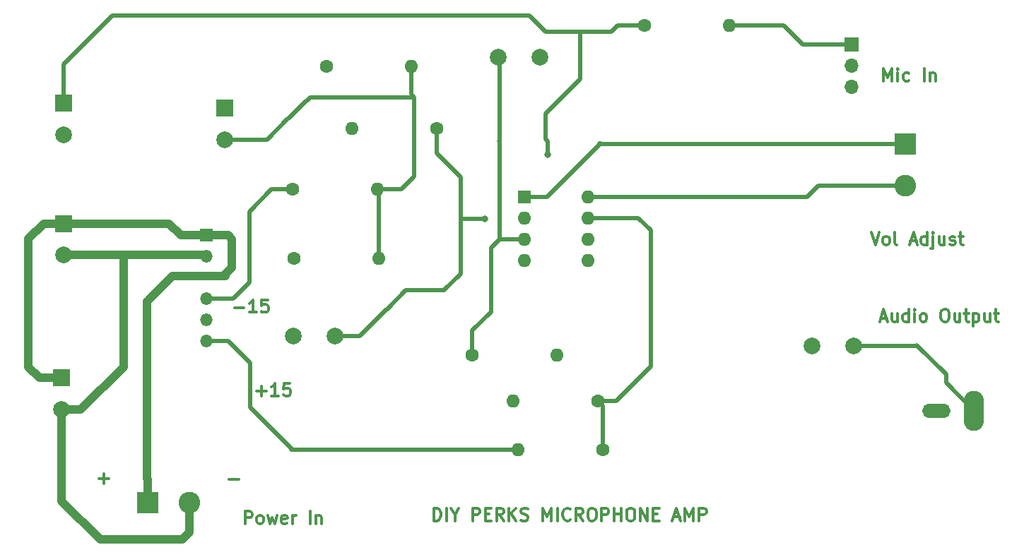
<source format=gbr>
%TF.GenerationSoftware,KiCad,Pcbnew,5.99.0+really5.1.10+dfsg1-1*%
%TF.CreationDate,2021-12-12T18:58:12-06:00*%
%TF.ProjectId,diyperksmic,64697970-6572-46b7-936d-69632e6b6963,rev?*%
%TF.SameCoordinates,Original*%
%TF.FileFunction,Copper,L1,Top*%
%TF.FilePolarity,Positive*%
%FSLAX46Y46*%
G04 Gerber Fmt 4.6, Leading zero omitted, Abs format (unit mm)*
G04 Created by KiCad (PCBNEW 5.99.0+really5.1.10+dfsg1-1) date 2021-12-12 18:58:12*
%MOMM*%
%LPD*%
G01*
G04 APERTURE LIST*
%TA.AperFunction,NonConductor*%
%ADD10C,0.300000*%
%TD*%
%TA.AperFunction,ComponentPad*%
%ADD11O,1.600000X1.600000*%
%TD*%
%TA.AperFunction,ComponentPad*%
%ADD12C,1.600000*%
%TD*%
%TA.AperFunction,ComponentPad*%
%ADD13R,1.700000X1.700000*%
%TD*%
%TA.AperFunction,ComponentPad*%
%ADD14O,1.700000X1.700000*%
%TD*%
%TA.AperFunction,ComponentPad*%
%ADD15O,2.400000X4.800000*%
%TD*%
%TA.AperFunction,ComponentPad*%
%ADD16O,3.400000X1.700000*%
%TD*%
%TA.AperFunction,ComponentPad*%
%ADD17R,2.000000X2.000000*%
%TD*%
%TA.AperFunction,ComponentPad*%
%ADD18C,2.000000*%
%TD*%
%TA.AperFunction,ComponentPad*%
%ADD19R,2.600000X2.600000*%
%TD*%
%TA.AperFunction,ComponentPad*%
%ADD20C,2.600000*%
%TD*%
%TA.AperFunction,ComponentPad*%
%ADD21R,1.500000X1.500000*%
%TD*%
%TA.AperFunction,ComponentPad*%
%ADD22O,1.500000X1.500000*%
%TD*%
%TA.AperFunction,ComponentPad*%
%ADD23R,1.600000X1.600000*%
%TD*%
%TA.AperFunction,ViaPad*%
%ADD24C,0.800000*%
%TD*%
%TA.AperFunction,Conductor*%
%ADD25C,0.500000*%
%TD*%
%TA.AperFunction,Conductor*%
%ADD26C,0.250000*%
%TD*%
%TA.AperFunction,Conductor*%
%ADD27C,1.000000*%
%TD*%
G04 APERTURE END LIST*
D10*
X109107220Y-77716842D02*
X110250077Y-77716842D01*
X111750077Y-78288271D02*
X110892934Y-78288271D01*
X111321505Y-78288271D02*
X111321505Y-76788271D01*
X111178648Y-77002557D01*
X111035791Y-77145414D01*
X110892934Y-77216842D01*
X113107220Y-76788271D02*
X112392934Y-76788271D01*
X112321505Y-77502557D01*
X112392934Y-77431128D01*
X112535791Y-77359700D01*
X112892934Y-77359700D01*
X113035791Y-77431128D01*
X113107220Y-77502557D01*
X113178648Y-77645414D01*
X113178648Y-78002557D01*
X113107220Y-78145414D01*
X113035791Y-78216842D01*
X112892934Y-78288271D01*
X112535791Y-78288271D01*
X112392934Y-78216842D01*
X112321505Y-78145414D01*
X111771680Y-87729522D02*
X112914537Y-87729522D01*
X112343108Y-88300951D02*
X112343108Y-87158094D01*
X114414537Y-88300951D02*
X113557394Y-88300951D01*
X113985965Y-88300951D02*
X113985965Y-86800951D01*
X113843108Y-87015237D01*
X113700251Y-87158094D01*
X113557394Y-87229522D01*
X115771680Y-86800951D02*
X115057394Y-86800951D01*
X114985965Y-87515237D01*
X115057394Y-87443808D01*
X115200251Y-87372380D01*
X115557394Y-87372380D01*
X115700251Y-87443808D01*
X115771680Y-87515237D01*
X115843108Y-87658094D01*
X115843108Y-88015237D01*
X115771680Y-88158094D01*
X115700251Y-88229522D01*
X115557394Y-88300951D01*
X115200251Y-88300951D01*
X115057394Y-88229522D01*
X114985965Y-88158094D01*
X133012945Y-103276791D02*
X133012945Y-101776791D01*
X133370088Y-101776791D01*
X133584374Y-101848220D01*
X133727231Y-101991077D01*
X133798660Y-102133934D01*
X133870088Y-102419648D01*
X133870088Y-102633934D01*
X133798660Y-102919648D01*
X133727231Y-103062505D01*
X133584374Y-103205362D01*
X133370088Y-103276791D01*
X133012945Y-103276791D01*
X134512945Y-103276791D02*
X134512945Y-101776791D01*
X135512945Y-102562505D02*
X135512945Y-103276791D01*
X135012945Y-101776791D02*
X135512945Y-102562505D01*
X136012945Y-101776791D01*
X137655802Y-103276791D02*
X137655802Y-101776791D01*
X138227231Y-101776791D01*
X138370088Y-101848220D01*
X138441517Y-101919648D01*
X138512945Y-102062505D01*
X138512945Y-102276791D01*
X138441517Y-102419648D01*
X138370088Y-102491077D01*
X138227231Y-102562505D01*
X137655802Y-102562505D01*
X139155802Y-102491077D02*
X139655802Y-102491077D01*
X139870088Y-103276791D02*
X139155802Y-103276791D01*
X139155802Y-101776791D01*
X139870088Y-101776791D01*
X141370088Y-103276791D02*
X140870088Y-102562505D01*
X140512945Y-103276791D02*
X140512945Y-101776791D01*
X141084374Y-101776791D01*
X141227231Y-101848220D01*
X141298660Y-101919648D01*
X141370088Y-102062505D01*
X141370088Y-102276791D01*
X141298660Y-102419648D01*
X141227231Y-102491077D01*
X141084374Y-102562505D01*
X140512945Y-102562505D01*
X142012945Y-103276791D02*
X142012945Y-101776791D01*
X142870088Y-103276791D02*
X142227231Y-102419648D01*
X142870088Y-101776791D02*
X142012945Y-102633934D01*
X143441517Y-103205362D02*
X143655802Y-103276791D01*
X144012945Y-103276791D01*
X144155802Y-103205362D01*
X144227231Y-103133934D01*
X144298660Y-102991077D01*
X144298660Y-102848220D01*
X144227231Y-102705362D01*
X144155802Y-102633934D01*
X144012945Y-102562505D01*
X143727231Y-102491077D01*
X143584374Y-102419648D01*
X143512945Y-102348220D01*
X143441517Y-102205362D01*
X143441517Y-102062505D01*
X143512945Y-101919648D01*
X143584374Y-101848220D01*
X143727231Y-101776791D01*
X144084374Y-101776791D01*
X144298660Y-101848220D01*
X146084374Y-103276791D02*
X146084374Y-101776791D01*
X146584374Y-102848220D01*
X147084374Y-101776791D01*
X147084374Y-103276791D01*
X147798660Y-103276791D02*
X147798660Y-101776791D01*
X149370088Y-103133934D02*
X149298660Y-103205362D01*
X149084374Y-103276791D01*
X148941517Y-103276791D01*
X148727231Y-103205362D01*
X148584374Y-103062505D01*
X148512945Y-102919648D01*
X148441517Y-102633934D01*
X148441517Y-102419648D01*
X148512945Y-102133934D01*
X148584374Y-101991077D01*
X148727231Y-101848220D01*
X148941517Y-101776791D01*
X149084374Y-101776791D01*
X149298660Y-101848220D01*
X149370088Y-101919648D01*
X150870088Y-103276791D02*
X150370088Y-102562505D01*
X150012945Y-103276791D02*
X150012945Y-101776791D01*
X150584374Y-101776791D01*
X150727231Y-101848220D01*
X150798660Y-101919648D01*
X150870088Y-102062505D01*
X150870088Y-102276791D01*
X150798660Y-102419648D01*
X150727231Y-102491077D01*
X150584374Y-102562505D01*
X150012945Y-102562505D01*
X151798660Y-101776791D02*
X152084374Y-101776791D01*
X152227231Y-101848220D01*
X152370088Y-101991077D01*
X152441517Y-102276791D01*
X152441517Y-102776791D01*
X152370088Y-103062505D01*
X152227231Y-103205362D01*
X152084374Y-103276791D01*
X151798660Y-103276791D01*
X151655802Y-103205362D01*
X151512945Y-103062505D01*
X151441517Y-102776791D01*
X151441517Y-102276791D01*
X151512945Y-101991077D01*
X151655802Y-101848220D01*
X151798660Y-101776791D01*
X153084374Y-103276791D02*
X153084374Y-101776791D01*
X153655802Y-101776791D01*
X153798660Y-101848220D01*
X153870088Y-101919648D01*
X153941517Y-102062505D01*
X153941517Y-102276791D01*
X153870088Y-102419648D01*
X153798660Y-102491077D01*
X153655802Y-102562505D01*
X153084374Y-102562505D01*
X154584374Y-103276791D02*
X154584374Y-101776791D01*
X154584374Y-102491077D02*
X155441517Y-102491077D01*
X155441517Y-103276791D02*
X155441517Y-101776791D01*
X156441517Y-101776791D02*
X156727231Y-101776791D01*
X156870088Y-101848220D01*
X157012945Y-101991077D01*
X157084374Y-102276791D01*
X157084374Y-102776791D01*
X157012945Y-103062505D01*
X156870088Y-103205362D01*
X156727231Y-103276791D01*
X156441517Y-103276791D01*
X156298660Y-103205362D01*
X156155802Y-103062505D01*
X156084374Y-102776791D01*
X156084374Y-102276791D01*
X156155802Y-101991077D01*
X156298660Y-101848220D01*
X156441517Y-101776791D01*
X157727231Y-103276791D02*
X157727231Y-101776791D01*
X158584374Y-103276791D01*
X158584374Y-101776791D01*
X159298660Y-102491077D02*
X159798660Y-102491077D01*
X160012945Y-103276791D02*
X159298660Y-103276791D01*
X159298660Y-101776791D01*
X160012945Y-101776791D01*
X161727231Y-102848220D02*
X162441517Y-102848220D01*
X161584374Y-103276791D02*
X162084374Y-101776791D01*
X162584374Y-103276791D01*
X163084374Y-103276791D02*
X163084374Y-101776791D01*
X163584374Y-102848220D01*
X164084374Y-101776791D01*
X164084374Y-103276791D01*
X164798660Y-103276791D02*
X164798660Y-101776791D01*
X165370088Y-101776791D01*
X165512945Y-101848220D01*
X165584374Y-101919648D01*
X165655802Y-102062505D01*
X165655802Y-102276791D01*
X165584374Y-102419648D01*
X165512945Y-102491077D01*
X165370088Y-102562505D01*
X164798660Y-102562505D01*
X108468231Y-98318782D02*
X109611088Y-98318782D01*
X92887871Y-98217182D02*
X94030728Y-98217182D01*
X93459300Y-98788611D02*
X93459300Y-97645754D01*
X110371191Y-103645091D02*
X110371191Y-102145091D01*
X110942620Y-102145091D01*
X111085477Y-102216520D01*
X111156905Y-102287948D01*
X111228334Y-102430805D01*
X111228334Y-102645091D01*
X111156905Y-102787948D01*
X111085477Y-102859377D01*
X110942620Y-102930805D01*
X110371191Y-102930805D01*
X112085477Y-103645091D02*
X111942620Y-103573662D01*
X111871191Y-103502234D01*
X111799762Y-103359377D01*
X111799762Y-102930805D01*
X111871191Y-102787948D01*
X111942620Y-102716520D01*
X112085477Y-102645091D01*
X112299762Y-102645091D01*
X112442620Y-102716520D01*
X112514048Y-102787948D01*
X112585477Y-102930805D01*
X112585477Y-103359377D01*
X112514048Y-103502234D01*
X112442620Y-103573662D01*
X112299762Y-103645091D01*
X112085477Y-103645091D01*
X113085477Y-102645091D02*
X113371191Y-103645091D01*
X113656905Y-102930805D01*
X113942620Y-103645091D01*
X114228334Y-102645091D01*
X115371191Y-103573662D02*
X115228334Y-103645091D01*
X114942620Y-103645091D01*
X114799762Y-103573662D01*
X114728334Y-103430805D01*
X114728334Y-102859377D01*
X114799762Y-102716520D01*
X114942620Y-102645091D01*
X115228334Y-102645091D01*
X115371191Y-102716520D01*
X115442620Y-102859377D01*
X115442620Y-103002234D01*
X114728334Y-103145091D01*
X116085477Y-103645091D02*
X116085477Y-102645091D01*
X116085477Y-102930805D02*
X116156905Y-102787948D01*
X116228334Y-102716520D01*
X116371191Y-102645091D01*
X116514048Y-102645091D01*
X118156905Y-103645091D02*
X118156905Y-102145091D01*
X118871191Y-102645091D02*
X118871191Y-103645091D01*
X118871191Y-102787948D02*
X118942620Y-102716520D01*
X119085477Y-102645091D01*
X119299762Y-102645091D01*
X119442620Y-102716520D01*
X119514048Y-102859377D01*
X119514048Y-103645091D01*
X186542920Y-78984920D02*
X187257205Y-78984920D01*
X186400062Y-79413491D02*
X186900062Y-77913491D01*
X187400062Y-79413491D01*
X188542920Y-78413491D02*
X188542920Y-79413491D01*
X187900062Y-78413491D02*
X187900062Y-79199205D01*
X187971491Y-79342062D01*
X188114348Y-79413491D01*
X188328634Y-79413491D01*
X188471491Y-79342062D01*
X188542920Y-79270634D01*
X189900062Y-79413491D02*
X189900062Y-77913491D01*
X189900062Y-79342062D02*
X189757205Y-79413491D01*
X189471491Y-79413491D01*
X189328634Y-79342062D01*
X189257205Y-79270634D01*
X189185777Y-79127777D01*
X189185777Y-78699205D01*
X189257205Y-78556348D01*
X189328634Y-78484920D01*
X189471491Y-78413491D01*
X189757205Y-78413491D01*
X189900062Y-78484920D01*
X190614348Y-79413491D02*
X190614348Y-78413491D01*
X190614348Y-77913491D02*
X190542920Y-77984920D01*
X190614348Y-78056348D01*
X190685777Y-77984920D01*
X190614348Y-77913491D01*
X190614348Y-78056348D01*
X191542920Y-79413491D02*
X191400062Y-79342062D01*
X191328634Y-79270634D01*
X191257205Y-79127777D01*
X191257205Y-78699205D01*
X191328634Y-78556348D01*
X191400062Y-78484920D01*
X191542920Y-78413491D01*
X191757205Y-78413491D01*
X191900062Y-78484920D01*
X191971491Y-78556348D01*
X192042920Y-78699205D01*
X192042920Y-79127777D01*
X191971491Y-79270634D01*
X191900062Y-79342062D01*
X191757205Y-79413491D01*
X191542920Y-79413491D01*
X194114348Y-77913491D02*
X194400062Y-77913491D01*
X194542920Y-77984920D01*
X194685777Y-78127777D01*
X194757205Y-78413491D01*
X194757205Y-78913491D01*
X194685777Y-79199205D01*
X194542920Y-79342062D01*
X194400062Y-79413491D01*
X194114348Y-79413491D01*
X193971491Y-79342062D01*
X193828634Y-79199205D01*
X193757205Y-78913491D01*
X193757205Y-78413491D01*
X193828634Y-78127777D01*
X193971491Y-77984920D01*
X194114348Y-77913491D01*
X196042920Y-78413491D02*
X196042920Y-79413491D01*
X195400062Y-78413491D02*
X195400062Y-79199205D01*
X195471491Y-79342062D01*
X195614348Y-79413491D01*
X195828634Y-79413491D01*
X195971491Y-79342062D01*
X196042920Y-79270634D01*
X196542920Y-78413491D02*
X197114348Y-78413491D01*
X196757205Y-77913491D02*
X196757205Y-79199205D01*
X196828634Y-79342062D01*
X196971491Y-79413491D01*
X197114348Y-79413491D01*
X197614348Y-78413491D02*
X197614348Y-79913491D01*
X197614348Y-78484920D02*
X197757205Y-78413491D01*
X198042920Y-78413491D01*
X198185777Y-78484920D01*
X198257205Y-78556348D01*
X198328634Y-78699205D01*
X198328634Y-79127777D01*
X198257205Y-79270634D01*
X198185777Y-79342062D01*
X198042920Y-79413491D01*
X197757205Y-79413491D01*
X197614348Y-79342062D01*
X199614348Y-78413491D02*
X199614348Y-79413491D01*
X198971491Y-78413491D02*
X198971491Y-79199205D01*
X199042920Y-79342062D01*
X199185777Y-79413491D01*
X199400062Y-79413491D01*
X199542920Y-79342062D01*
X199614348Y-79270634D01*
X200114348Y-78413491D02*
X200685777Y-78413491D01*
X200328634Y-77913491D02*
X200328634Y-79199205D01*
X200400062Y-79342062D01*
X200542919Y-79413491D01*
X200685777Y-79413491D01*
X185385925Y-68675511D02*
X185885925Y-70175511D01*
X186385925Y-68675511D01*
X187100211Y-70175511D02*
X186957354Y-70104082D01*
X186885925Y-70032654D01*
X186814497Y-69889797D01*
X186814497Y-69461225D01*
X186885925Y-69318368D01*
X186957354Y-69246940D01*
X187100211Y-69175511D01*
X187314497Y-69175511D01*
X187457354Y-69246940D01*
X187528782Y-69318368D01*
X187600211Y-69461225D01*
X187600211Y-69889797D01*
X187528782Y-70032654D01*
X187457354Y-70104082D01*
X187314497Y-70175511D01*
X187100211Y-70175511D01*
X188457354Y-70175511D02*
X188314497Y-70104082D01*
X188243068Y-69961225D01*
X188243068Y-68675511D01*
X190100211Y-69746940D02*
X190814497Y-69746940D01*
X189957354Y-70175511D02*
X190457354Y-68675511D01*
X190957354Y-70175511D01*
X192100211Y-70175511D02*
X192100211Y-68675511D01*
X192100211Y-70104082D02*
X191957354Y-70175511D01*
X191671640Y-70175511D01*
X191528782Y-70104082D01*
X191457354Y-70032654D01*
X191385925Y-69889797D01*
X191385925Y-69461225D01*
X191457354Y-69318368D01*
X191528782Y-69246940D01*
X191671640Y-69175511D01*
X191957354Y-69175511D01*
X192100211Y-69246940D01*
X192814497Y-69175511D02*
X192814497Y-70461225D01*
X192743068Y-70604082D01*
X192600211Y-70675511D01*
X192528782Y-70675511D01*
X192814497Y-68675511D02*
X192743068Y-68746940D01*
X192814497Y-68818368D01*
X192885925Y-68746940D01*
X192814497Y-68675511D01*
X192814497Y-68818368D01*
X194171640Y-69175511D02*
X194171640Y-70175511D01*
X193528782Y-69175511D02*
X193528782Y-69961225D01*
X193600211Y-70104082D01*
X193743068Y-70175511D01*
X193957354Y-70175511D01*
X194100211Y-70104082D01*
X194171640Y-70032654D01*
X194814497Y-70104082D02*
X194957354Y-70175511D01*
X195243068Y-70175511D01*
X195385925Y-70104082D01*
X195457354Y-69961225D01*
X195457354Y-69889797D01*
X195385925Y-69746940D01*
X195243068Y-69675511D01*
X195028782Y-69675511D01*
X194885925Y-69604082D01*
X194814497Y-69461225D01*
X194814497Y-69389797D01*
X194885925Y-69246940D01*
X195028782Y-69175511D01*
X195243068Y-69175511D01*
X195385925Y-69246940D01*
X195885925Y-69175511D02*
X196457354Y-69175511D01*
X196100211Y-68675511D02*
X196100211Y-69961225D01*
X196171640Y-70104082D01*
X196314497Y-70175511D01*
X196457354Y-70175511D01*
X186874697Y-50556551D02*
X186874697Y-49056551D01*
X187374697Y-50127980D01*
X187874697Y-49056551D01*
X187874697Y-50556551D01*
X188588982Y-50556551D02*
X188588982Y-49556551D01*
X188588982Y-49056551D02*
X188517554Y-49127980D01*
X188588982Y-49199408D01*
X188660411Y-49127980D01*
X188588982Y-49056551D01*
X188588982Y-49199408D01*
X189946125Y-50485122D02*
X189803268Y-50556551D01*
X189517554Y-50556551D01*
X189374697Y-50485122D01*
X189303268Y-50413694D01*
X189231840Y-50270837D01*
X189231840Y-49842265D01*
X189303268Y-49699408D01*
X189374697Y-49627980D01*
X189517554Y-49556551D01*
X189803268Y-49556551D01*
X189946125Y-49627980D01*
X191731840Y-50556551D02*
X191731840Y-49056551D01*
X192446125Y-49556551D02*
X192446125Y-50556551D01*
X192446125Y-49699408D02*
X192517554Y-49627980D01*
X192660411Y-49556551D01*
X192874697Y-49556551D01*
X193017554Y-49627980D01*
X193088982Y-49770837D01*
X193088982Y-50556551D01*
D11*
%TO.P,R4,2*%
%TO.N,-15V*%
X130261360Y-48790860D03*
D12*
%TO.P,R4,1*%
%TO.N,GND*%
X120101360Y-48790860D03*
%TD*%
D13*
%TO.P,J1,1*%
%TO.N,Net-(C1-Pad2)*%
X183047640Y-46154340D03*
D14*
%TO.P,J1,2*%
%TO.N,GND*%
X183047640Y-48694340D03*
%TO.P,J1,3*%
%TO.N,Net-(C2-Pad2)*%
X183047640Y-51234340D03*
%TD*%
D15*
%TO.P,J2,1*%
%TO.N,Net-(C5-Pad1)*%
X197736960Y-90096340D03*
D16*
%TO.P,J2,2*%
%TO.N,GND*%
X193236960Y-90096340D03*
%TD*%
D17*
%TO.P,C6,1*%
%TO.N,Net-(C6-Pad1)*%
X88402160Y-86159340D03*
D18*
%TO.P,C6,2*%
%TO.N,Net-(C6-Pad2)*%
X88402160Y-89959340D03*
%TD*%
%TO.P,C7,2*%
%TO.N,Net-(C6-Pad2)*%
X88673940Y-71432580D03*
D17*
%TO.P,C7,1*%
%TO.N,Net-(C6-Pad1)*%
X88673940Y-67632580D03*
%TD*%
D19*
%TO.P,J4,1*%
%TO.N,Net-(J4-Pad1)*%
X189496700Y-58066940D03*
D20*
%TO.P,J4,2*%
%TO.N,Net-(J4-Pad2)*%
X189496700Y-63066940D03*
%TD*%
D21*
%TO.P,U2,1*%
%TO.N,Net-(C6-Pad1)*%
X105740200Y-69052440D03*
D22*
%TO.P,U2,2*%
%TO.N,Net-(C6-Pad2)*%
X105740200Y-71592440D03*
%TO.P,U2,4*%
%TO.N,Net-(R8-Pad1)*%
X105740200Y-76672440D03*
%TO.P,U2,5*%
%TO.N,GND*%
X105740200Y-79212440D03*
%TO.P,U2,6*%
%TO.N,Net-(R7-Pad2)*%
X105740200Y-81752440D03*
%TD*%
D17*
%TO.P,C3,1*%
%TO.N,GND*%
X107947460Y-53759100D03*
D18*
%TO.P,C3,2*%
%TO.N,-15V*%
X107947460Y-57559100D03*
%TD*%
%TO.P,C4,2*%
%TO.N,GND*%
X88663780Y-56974900D03*
D17*
%TO.P,C4,1*%
%TO.N,+15V*%
X88663780Y-53174900D03*
%TD*%
D19*
%TO.P,J3,1*%
%TO.N,Net-(C6-Pad1)*%
X98729800Y-101117400D03*
D20*
%TO.P,J3,2*%
%TO.N,Net-(C6-Pad2)*%
X103729800Y-101117400D03*
%TD*%
D23*
%TO.P,U1,1*%
%TO.N,Net-(J4-Pad1)*%
X143832580Y-64482980D03*
D11*
%TO.P,U1,5*%
%TO.N,Net-(U1-Pad5)*%
X151452580Y-72102980D03*
%TO.P,U1,2*%
%TO.N,Net-(C2-Pad1)*%
X143832580Y-67022980D03*
%TO.P,U1,6*%
%TO.N,Net-(C5-Pad2)*%
X151452580Y-69562980D03*
%TO.P,U1,3*%
%TO.N,Net-(C1-Pad1)*%
X143832580Y-69562980D03*
%TO.P,U1,7*%
%TO.N,+15V*%
X151452580Y-67022980D03*
%TO.P,U1,4*%
%TO.N,-15V*%
X143832580Y-72102980D03*
%TO.P,U1,8*%
%TO.N,Net-(J4-Pad2)*%
X151452580Y-64482980D03*
%TD*%
D18*
%TO.P,C1,2*%
%TO.N,Net-(C1-Pad2)*%
X145721080Y-47703740D03*
%TO.P,C1,1*%
%TO.N,Net-(C1-Pad1)*%
X140721080Y-47703740D03*
%TD*%
%TO.P,C2,1*%
%TO.N,Net-(C2-Pad1)*%
X121145300Y-81107280D03*
%TO.P,C2,2*%
%TO.N,Net-(C2-Pad2)*%
X116145300Y-81107280D03*
%TD*%
%TO.P,C5,1*%
%TO.N,Net-(C5-Pad1)*%
X183337200Y-82290920D03*
%TO.P,C5,2*%
%TO.N,Net-(C5-Pad2)*%
X178337200Y-82290920D03*
%TD*%
D12*
%TO.P,R1,1*%
%TO.N,+15V*%
X158257240Y-43916600D03*
D11*
%TO.P,R1,2*%
%TO.N,Net-(C1-Pad2)*%
X168417240Y-43916600D03*
%TD*%
D12*
%TO.P,R2,1*%
%TO.N,Net-(C2-Pad2)*%
X116217700Y-71780400D03*
D11*
%TO.P,R2,2*%
%TO.N,-15V*%
X126377700Y-71780400D03*
%TD*%
%TO.P,R3,2*%
%TO.N,GND*%
X142496540Y-88922860D03*
D12*
%TO.P,R3,1*%
%TO.N,+15V*%
X152656540Y-88922860D03*
%TD*%
D11*
%TO.P,R5,2*%
%TO.N,GND*%
X147718780Y-83444080D03*
D12*
%TO.P,R5,1*%
%TO.N,Net-(C1-Pad1)*%
X137558780Y-83444080D03*
%TD*%
%TO.P,R6,1*%
%TO.N,Net-(C2-Pad1)*%
X133380480Y-56250840D03*
D11*
%TO.P,R6,2*%
%TO.N,GND*%
X123220480Y-56250840D03*
%TD*%
D12*
%TO.P,R7,1*%
%TO.N,+15V*%
X153278840Y-94739460D03*
D11*
%TO.P,R7,2*%
%TO.N,Net-(R7-Pad2)*%
X143118840Y-94739460D03*
%TD*%
%TO.P,R8,2*%
%TO.N,-15V*%
X126268480Y-63527940D03*
D12*
%TO.P,R8,1*%
%TO.N,Net-(R8-Pad1)*%
X116108480Y-63527940D03*
%TD*%
D24*
%TO.N,Net-(C2-Pad1)*%
X139067540Y-67066160D03*
%TO.N,+15V*%
X146641820Y-59385200D03*
%TD*%
D25*
%TO.N,Net-(C1-Pad2)*%
X177192940Y-46154340D02*
X183047640Y-46154340D01*
X174955200Y-43916600D02*
X177192940Y-46154340D01*
X168417240Y-43916600D02*
X173827440Y-43916600D01*
X173827440Y-43916600D02*
X174955200Y-43916600D01*
X170957240Y-43916600D02*
X173827440Y-43916600D01*
%TO.N,Net-(C1-Pad1)*%
X137558780Y-83444080D02*
X137558780Y-80492600D01*
X137558780Y-80492600D02*
X139832080Y-78219300D01*
X139832080Y-78219300D02*
X139832080Y-70520560D01*
X143436340Y-69286120D02*
X143680180Y-69529960D01*
X140901420Y-69547740D02*
X143852900Y-69547740D01*
X140878560Y-69524880D02*
X140901420Y-69547740D01*
X140878560Y-57873900D02*
X140878560Y-69524880D01*
X140807440Y-57802780D02*
X140878560Y-57873900D01*
X139882880Y-70520560D02*
X140878560Y-69524880D01*
X139832080Y-70520560D02*
X139882880Y-70520560D01*
X140878560Y-47861220D02*
X140721080Y-47703740D01*
X140878560Y-57873900D02*
X140878560Y-47861220D01*
%TO.N,Net-(C2-Pad2)*%
X116143400Y-71854700D02*
X116217700Y-71780400D01*
%TO.N,Net-(C2-Pad1)*%
X133718300Y-75641200D02*
X129659380Y-75641200D01*
X127397510Y-77903070D02*
X127205740Y-78094840D01*
X129659380Y-75641200D02*
X127397510Y-77903070D01*
X134066280Y-75641200D02*
X134221220Y-75641200D01*
X134315200Y-75641200D02*
X134066280Y-75641200D01*
X134066280Y-75641200D02*
X133718300Y-75641200D01*
X134221220Y-75641200D02*
X136217660Y-73644760D01*
X139059920Y-67073780D02*
X139067540Y-67066160D01*
X136217660Y-67073780D02*
X139059920Y-67073780D01*
X127349250Y-77903070D02*
X127397510Y-77903070D01*
X124145040Y-81107280D02*
X127349250Y-77903070D01*
X121145300Y-81107280D02*
X124145040Y-81107280D01*
X133380480Y-56250840D02*
X133380480Y-59245500D01*
X136217660Y-62082680D02*
X136217660Y-67462400D01*
X133380480Y-59245500D02*
X136217660Y-62082680D01*
X136217660Y-67462400D02*
X136217660Y-67073780D01*
X136217660Y-73644760D02*
X136217660Y-67462400D01*
%TO.N,-15V*%
X115554541Y-55095359D02*
X117708680Y-52941220D01*
X115465641Y-55095359D02*
X115554541Y-55095359D01*
X113001900Y-57559100D02*
X115465641Y-55095359D01*
X107947460Y-57559100D02*
X113001900Y-57559100D01*
X117708680Y-52941220D02*
X117739160Y-52941220D01*
X117739160Y-52941220D02*
X118181120Y-52499260D01*
X130672840Y-52506880D02*
X130665220Y-52499260D01*
X126377700Y-63637160D02*
X126268480Y-63527940D01*
X126377700Y-71780400D02*
X126377700Y-63637160D01*
X129120900Y-63527940D02*
X130672840Y-61976000D01*
X126268480Y-63527940D02*
X129120900Y-63527940D01*
X130261360Y-52095400D02*
X130672840Y-52506880D01*
X130261360Y-48790860D02*
X130261360Y-52095400D01*
X130568700Y-52499260D02*
X130672840Y-52603400D01*
X118181120Y-52499260D02*
X130568700Y-52499260D01*
X130672840Y-52603400D02*
X130672840Y-52506880D01*
X130672840Y-61976000D02*
X130672840Y-52603400D01*
D26*
%TO.N,GND*%
X107692820Y-53504460D02*
X107947460Y-53759100D01*
X106123740Y-78828900D02*
X105740200Y-79212440D01*
D25*
%TO.N,+15V*%
X157519980Y-67007740D02*
X158967200Y-68454960D01*
X151472900Y-67007740D02*
X157519980Y-67007740D01*
X88663780Y-48511460D02*
X92593160Y-44582080D01*
X88663780Y-53174900D02*
X88663780Y-48511460D01*
X158967200Y-68568600D02*
X158967200Y-68454960D01*
X158967200Y-84809300D02*
X158967200Y-68454960D01*
X144416780Y-42682160D02*
X94493080Y-42682160D01*
X146390360Y-44655740D02*
X144416780Y-42682160D01*
X94493080Y-42682160D02*
X92593160Y-44582080D01*
X146641820Y-57800240D02*
X146390360Y-57548780D01*
X146641820Y-59385200D02*
X146641820Y-57800240D01*
X155011120Y-43916600D02*
X158257240Y-43916600D01*
X154271980Y-44655740D02*
X155011120Y-43916600D01*
X153278840Y-89545160D02*
X152656540Y-88922860D01*
X153278840Y-94739460D02*
X153278840Y-89545160D01*
X154853640Y-88922860D02*
X158967200Y-84809300D01*
X152656540Y-88922860D02*
X154853640Y-88922860D01*
X146390360Y-57548780D02*
X146390360Y-54470300D01*
X150517860Y-50342800D02*
X150517860Y-44655740D01*
X146390360Y-54470300D02*
X150517860Y-50342800D01*
X150517860Y-44655740D02*
X154271980Y-44655740D01*
X146390360Y-44655740D02*
X150517860Y-44655740D01*
%TO.N,Net-(C5-Pad1)*%
X194373500Y-85730080D02*
X194373500Y-86732880D01*
X194373500Y-86732880D02*
X197736960Y-90096340D01*
X183337200Y-82290920D02*
X190934340Y-82290920D01*
X190941960Y-82298540D02*
X194373500Y-85730080D01*
X190934340Y-82290920D02*
X190941960Y-82298540D01*
X190837820Y-82194400D02*
X190941960Y-82298540D01*
D26*
%TO.N,Net-(C6-Pad2)*%
X94747080Y-71592440D02*
X94795340Y-71592440D01*
X88833800Y-71592440D02*
X88673940Y-71432580D01*
X94376240Y-71592440D02*
X94571820Y-71592440D01*
X94571820Y-71592440D02*
X94747080Y-71592440D01*
X94731840Y-71655940D02*
X94795340Y-71592440D01*
D27*
X105580340Y-71432580D02*
X105740200Y-71592440D01*
X88402160Y-89959340D02*
X90677840Y-89959340D01*
X90677840Y-89959340D02*
X95806100Y-84831080D01*
X95806100Y-84831080D02*
X95806100Y-71432580D01*
X95806100Y-71432580D02*
X105580340Y-71432580D01*
X88673940Y-71432580D02*
X95806100Y-71432580D01*
X88402160Y-89959340D02*
X88402160Y-100937060D01*
X88402160Y-100937060D02*
X93009720Y-105544620D01*
X93009720Y-105544620D02*
X102854760Y-105544620D01*
X103729800Y-104669580D02*
X103729800Y-101117400D01*
X102854760Y-105544620D02*
X103729800Y-104669580D01*
%TO.N,Net-(C6-Pad1)*%
X98609380Y-98213000D02*
X98609380Y-77013840D01*
D26*
X98729800Y-98333420D02*
X98609380Y-98213000D01*
D27*
X98729800Y-101117400D02*
X98729800Y-98333420D01*
D26*
X98609380Y-77013840D02*
X98882200Y-76741020D01*
X98785680Y-76837540D02*
X98882200Y-76741020D01*
D27*
X107965240Y-69052440D02*
X105740200Y-69052440D01*
X108798360Y-69502020D02*
X108348780Y-69052440D01*
X108798360Y-72890380D02*
X108798360Y-69502020D01*
X108043980Y-73644760D02*
X108798360Y-72890380D01*
X108043980Y-73906380D02*
X108043980Y-73644760D01*
X101716840Y-73906380D02*
X108043980Y-73906380D01*
X108348780Y-69052440D02*
X107965240Y-69052440D01*
X98882200Y-76741020D02*
X101716840Y-73906380D01*
X88673940Y-67632580D02*
X101300280Y-67632580D01*
X102720140Y-69052440D02*
X105740200Y-69052440D01*
X101300280Y-67632580D02*
X102720140Y-69052440D01*
X88673940Y-67632580D02*
X86240620Y-67632580D01*
X86240620Y-67632580D02*
X84447380Y-69425820D01*
X85775800Y-86159340D02*
X88402160Y-86159340D01*
X84447380Y-84830920D02*
X85775800Y-86159340D01*
X84447380Y-69425820D02*
X84447380Y-84830920D01*
D25*
%TO.N,Net-(R7-Pad2)*%
X111008160Y-89672160D02*
X116075460Y-94739460D01*
X111008160Y-84368640D02*
X111008160Y-89672160D01*
X108391960Y-81752440D02*
X111008160Y-84368640D01*
X105740200Y-81752440D02*
X108391960Y-81752440D01*
X116075460Y-94739460D02*
X115867180Y-94739460D01*
X143118840Y-94739460D02*
X138404600Y-94739460D01*
X138404600Y-94739460D02*
X137647680Y-94739460D01*
X137647680Y-94739460D02*
X116075460Y-94739460D01*
X138038840Y-94739460D02*
X137647680Y-94739460D01*
%TO.N,Net-(R8-Pad1)*%
X105740200Y-76672440D02*
X108945680Y-76672440D01*
X108945680Y-76672440D02*
X110881160Y-74736960D01*
X110881160Y-74736960D02*
X110881160Y-66205100D01*
X113558320Y-63527940D02*
X116108480Y-63527940D01*
X110881160Y-66205100D02*
X113558320Y-63527940D01*
%TO.N,Net-(J4-Pad1)*%
X143680180Y-64449960D02*
X146565620Y-64449960D01*
X146565620Y-64449960D02*
X152848310Y-58167270D01*
X152848310Y-58167270D02*
X152974040Y-58041540D01*
X187723780Y-58066940D02*
X189496700Y-58066940D01*
X152877520Y-58066940D02*
X187723780Y-58066940D01*
X152848310Y-58037730D02*
X152877520Y-58066940D01*
X152848310Y-58167270D02*
X152848310Y-58037730D01*
%TO.N,Net-(J4-Pad2)*%
X184725320Y-63066940D02*
X189496700Y-63066940D01*
X175653700Y-64482980D02*
X177683160Y-64482980D01*
X151452580Y-64482980D02*
X175653700Y-64482980D01*
X175653700Y-64482980D02*
X176009300Y-64482980D01*
X179099200Y-63066940D02*
X184725320Y-63066940D01*
X177683160Y-64482980D02*
X179099200Y-63066940D01*
%TD*%
M02*

</source>
